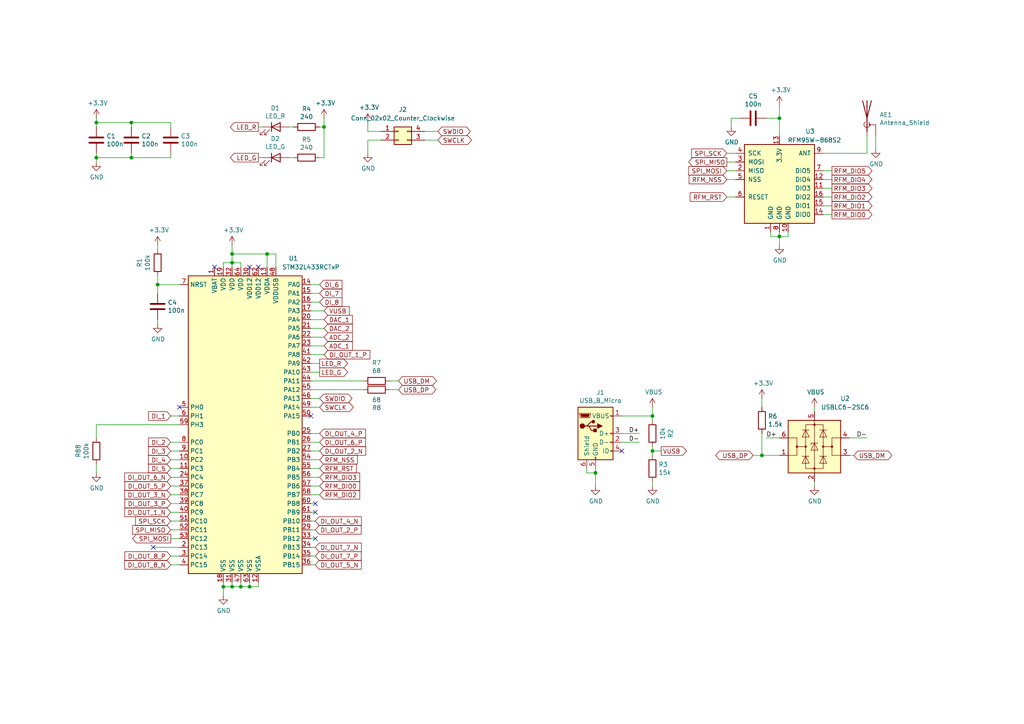
<source format=kicad_sch>
(kicad_sch (version 20211123) (generator eeschema)
  (paper "A4")
  (lib_symbols
    (symbol "Connector:USB_B_Micro" (pin_names (offset 1.016))
      (property "Reference" "J" (at -5.08 11.43 0))
      (property "Value" "USB_B_Micro" (at -5.08 8.89 0))
      (symbol "USB_B_Micro_0_1"
        (rectangle (start -5.08 -7.62) (end 5.08 7.62) (stroke (width 0.254)) (fill (type background)))
        (circle (center -3.81 2.159) (radius 0.635) (stroke (width 0.254)) (fill (type outline)))
        (circle (center -0.635 3.429) (radius 0.381) (stroke (width 0.254)) (fill (type outline)))
        (rectangle (start -0.127 -7.62) (end 0.127 -6.858))
        (polyline (pts (xy -1.905 2.159) (xy 0.635 2.159)) (stroke (width 0.254)))
        (polyline (pts (xy -3.175 2.159) (xy -2.54 2.159) (xy -1.27 3.429) (xy -0.635 3.429)) (stroke (width 0.254)))
        (polyline (pts (xy -2.54 2.159) (xy -1.905 2.159) (xy -1.27 0.889) (xy 0 0.889)) (stroke (width 0.254)))
        (polyline (pts (xy 0.635 2.794) (xy 0.635 1.524) (xy 1.905 2.159) (xy 0.635 2.794)) (stroke (width 0.254)) (fill (type outline)))
        (polyline (pts (xy -4.318 5.588) (xy -1.778 5.588) (xy -2.032 4.826) (xy -4.064 4.826) (xy -4.318 5.588)) (fill (type outline)))
        (polyline (pts (xy -4.699 5.842) (xy -4.699 5.588) (xy -4.445 4.826) (xy -4.445 4.572) (xy -1.651 4.572) (xy -1.651 4.826) (xy -1.397 5.588) (xy -1.397 5.842) (xy -4.699 5.842)))
        (rectangle (start 0.254 1.27) (end -0.508 0.508) (stroke (width 0.254)) (fill (type outline)))
        (rectangle (start 5.08 -5.207) (end 4.318 -4.953))
        (rectangle (start 5.08 -2.667) (end 4.318 -2.413))
        (rectangle (start 5.08 -0.127) (end 4.318 0.127))
        (rectangle (start 5.08 4.953) (end 4.318 5.207))
      )
      (symbol "USB_B_Micro_1_1"
        (pin power_out line (at 7.62 5.08 180) (length 2.54) (name "VBUS") (number "1"))
        (pin bidirectional line (at 7.62 -2.54 180) (length 2.54) (name "D-") (number "2"))
        (pin bidirectional line (at 7.62 0 180) (length 2.54) (name "D+") (number "3"))
        (pin passive line (at 7.62 -5.08 180) (length 2.54) (name "ID") (number "4"))
        (pin power_out line (at 0 -10.16 90) (length 2.54) (name "GND") (number "5"))
        (pin passive line (at -2.54 -10.16 90) (length 2.54) (name "Shield") (number "6"))
      )
    )
    (symbol "Connector_Generic:Conn_02x02_Counter_Clockwise" (pin_names (offset 1.016) hide)
      (property "Reference" "J" (at 1.27 2.54 0))
      (property "Value" "Conn_02x02_Counter_Clockwise" (at 1.27 -5.08 0))
      (symbol "Conn_02x02_Counter_Clockwise_1_1"
        (rectangle (start -1.27 -2.413) (end 0 -2.667) (stroke (width 0.1524)))
        (rectangle (start -1.27 0.127) (end 0 -0.127) (stroke (width 0.1524)))
        (rectangle (start -1.27 1.27) (end 3.81 -3.81) (stroke (width 0.254)) (fill (type background)))
        (rectangle (start 3.81 -2.413) (end 2.54 -2.667) (stroke (width 0.1524)))
        (rectangle (start 3.81 0.127) (end 2.54 -0.127) (stroke (width 0.1524)))
        (pin passive line (at -5.08 0 0) (length 3.81) (name "Pin_1") (number "1"))
        (pin passive line (at -5.08 -2.54 0) (length 3.81) (name "Pin_2") (number "2"))
        (pin passive line (at 7.62 -2.54 180) (length 3.81) (name "Pin_3") (number "3"))
        (pin passive line (at 7.62 0 180) (length 3.81) (name "Pin_4") (number "4"))
      )
    )
    (symbol "Device:Antenna_Shield" (pin_numbers hide) (pin_names (offset 1.016) hide)
      (property "Reference" "AE" (at -1.905 4.445 0))
      (property "Value" "Antenna_Shield" (at -1.905 2.54 0))
      (symbol "Antenna_Shield_0_1"
        (arc (start -0.508 -1.143) (mid -0.8429 -2.1194) (end 0 -2.667))
        (arc (start 0 -2.667) (mid 0.7989 -2.1052) (end 0.508 -1.143))
        (polyline (pts (xy 0 -2.54) (xy 0 0)))
        (polyline (pts (xy 0 5.08) (xy 0 -3.81)) (stroke (width 0.254)))
        (polyline (pts (xy 0.762 -1.905) (xy 2.54 -1.905)))
        (polyline (pts (xy 2.54 -2.54) (xy 2.54 -1.905)))
        (polyline (pts (xy 1.27 5.08) (xy 0 0) (xy -1.27 5.08)) (stroke (width 0.254)))
        (circle (center 0.762 -1.905) (radius 0.1778) (fill (type outline)))
      )
      (symbol "Antenna_Shield_1_1"
        (pin input line (at 0 -5.08 90) (length 2.54) (name "A") (number "1"))
        (pin input line (at 2.54 -5.08 90) (length 2.54) (name "Shield") (number "2"))
      )
    )
    (symbol "Device:C" (pin_numbers hide) (pin_names (offset 0.254))
      (property "Reference" "C" (at 0.635 2.54 0))
      (property "Value" "C" (at 0.635 -2.54 0))
      (symbol "C_0_1"
        (polyline (pts (xy -2.032 -0.762) (xy 2.032 -0.762)) (stroke (width 0.508)))
        (polyline (pts (xy -2.032 0.762) (xy 2.032 0.762)) (stroke (width 0.508)))
      )
      (symbol "C_1_1"
        (pin passive line (at 0 3.81 270) (length 2.794) (name "~") (number "1"))
        (pin passive line (at 0 -3.81 90) (length 2.794) (name "~") (number "2"))
      )
    )
    (symbol "Device:LED" (pin_numbers hide) (pin_names (offset 1.016) hide)
      (property "Reference" "D" (at 0 2.54 0))
      (property "Value" "LED" (at 0 -2.54 0))
      (symbol "LED_0_1"
        (polyline (pts (xy -1.27 -1.27) (xy -1.27 1.27)) (stroke (width 0.254)))
        (polyline (pts (xy -1.27 0) (xy 1.27 0)))
        (polyline (pts (xy 1.27 -1.27) (xy 1.27 1.27) (xy -1.27 0) (xy 1.27 -1.27)) (stroke (width 0.254)))
        (polyline (pts (xy -3.048 -0.762) (xy -4.572 -2.286) (xy -3.81 -2.286) (xy -4.572 -2.286) (xy -4.572 -1.524)))
        (polyline (pts (xy -1.778 -0.762) (xy -3.302 -2.286) (xy -2.54 -2.286) (xy -3.302 -2.286) (xy -3.302 -1.524)))
      )
      (symbol "LED_1_1"
        (pin passive line (at -3.81 0 0) (length 2.54) (name "K") (number "1"))
        (pin passive line (at 3.81 0 180) (length 2.54) (name "A") (number "2"))
      )
    )
    (symbol "Device:R" (pin_numbers hide) (pin_names (offset 0))
      (property "Reference" "R" (at 2.032 0 90))
      (property "Value" "R" (at 0 0 90))
      (symbol "R_0_1"
        (rectangle (start -1.016 -2.54) (end 1.016 2.54) (stroke (width 0.254)))
      )
      (symbol "R_1_1"
        (pin passive line (at 0 3.81 270) (length 1.27) (name "~") (number "1"))
        (pin passive line (at 0 -3.81 90) (length 1.27) (name "~") (number "2"))
      )
    )
    (symbol "Heissluftballon-rescue:RFM95W-868S2-RF_AM_FM" (pin_names (offset 1.016))
      (property "Reference" "U" (at -10.414 11.684 0))
      (property "Value" "RFM95W-868S2-RF_AM_FM" (at 1.524 11.43 0))
      (symbol "RFM95W-868S2-RF_AM_FM_0_1"
        (rectangle (start -10.16 10.16) (end 10.16 -12.7) (stroke (width 0.254)) (fill (type background)))
      )
      (symbol "RFM95W-868S2-RF_AM_FM_1_1"
        (pin power_in line (at -2.54 -15.24 90) (length 2.54) (name "GND") (number "1"))
        (pin power_in line (at 2.54 -15.24 90) (length 2.54) (name "GND") (number "10"))
        (pin bidirectional line (at 12.7 -2.54 180) (length 2.54) (name "DIO3") (number "11"))
        (pin bidirectional line (at 12.7 0 180) (length 2.54) (name "DIO4") (number "12"))
        (pin power_in line (at 0 12.7 270) (length 2.54) (name "3.3V") (number "13"))
        (pin bidirectional line (at 12.7 -10.16 180) (length 2.54) (name "DIO0") (number "14"))
        (pin bidirectional line (at 12.7 -7.62 180) (length 2.54) (name "DIO1") (number "15"))
        (pin bidirectional line (at 12.7 -5.08 180) (length 2.54) (name "DIO2") (number "16"))
        (pin output line (at -12.7 2.54 0) (length 2.54) (name "MISO") (number "2"))
        (pin input line (at -12.7 5.08 0) (length 2.54) (name "MOSI") (number "3"))
        (pin input line (at -12.7 7.62 0) (length 2.54) (name "SCK") (number "4"))
        (pin input line (at -12.7 0 0) (length 2.54) (name "NSS") (number "5"))
        (pin bidirectional line (at -12.7 -5.08 0) (length 2.54) (name "RESET") (number "6"))
        (pin bidirectional line (at 12.7 2.54 180) (length 2.54) (name "DIO5") (number "7"))
        (pin power_in line (at 0 -15.24 90) (length 2.54) (name "GND") (number "8"))
        (pin bidirectional line (at 12.7 7.62 180) (length 2.54) (name "ANT") (number "9"))
      )
    )
    (symbol "MCU_ST_STM32L4:STM32L433RCTxP"
      (property "Reference" "U" (at -17.78 44.45 0))
      (property "Value" "STM32L433RCTxP" (at 10.16 44.45 0))
      (symbol "STM32L433RCTxP_0_1"
        (rectangle (start -17.78 -43.18) (end 15.24 43.18) (stroke (width 0.254)) (fill (type background)))
      )
      (symbol "STM32L433RCTxP_1_1"
        (pin power_in line (at -10.16 45.72 270) (length 2.54) (name "VBAT") (number "1"))
        (pin bidirectional line (at -20.32 -10.16 0) (length 2.54) (name "PC2") (number "10"))
        (pin bidirectional line (at -20.32 -12.7 0) (length 2.54) (name "PC3") (number "11"))
        (pin power_in line (at 2.54 -45.72 90) (length 2.54) (name "VSSA") (number "12"))
        (pin power_in line (at 5.08 45.72 270) (length 2.54) (name "VDDA") (number "13"))
        (pin bidirectional line (at 17.78 40.64 180) (length 2.54) (name "PA0") (number "14"))
        (pin bidirectional line (at 17.78 38.1 180) (length 2.54) (name "PA1") (number "15"))
        (pin bidirectional line (at 17.78 35.56 180) (length 2.54) (name "PA2") (number "16"))
        (pin bidirectional line (at 17.78 33.02 180) (length 2.54) (name "PA3") (number "17"))
        (pin power_in line (at -7.62 -45.72 90) (length 2.54) (name "VSS") (number "18"))
        (pin power_in line (at -7.62 45.72 270) (length 2.54) (name "VDD") (number "19"))
        (pin bidirectional line (at -20.32 -35.56 0) (length 2.54) (name "PC13") (number "2"))
        (pin bidirectional line (at 17.78 30.48 180) (length 2.54) (name "PA4") (number "20"))
        (pin bidirectional line (at 17.78 27.94 180) (length 2.54) (name "PA5") (number "21"))
        (pin bidirectional line (at 17.78 25.4 180) (length 2.54) (name "PA6") (number "22"))
        (pin bidirectional line (at 17.78 22.86 180) (length 2.54) (name "PA7") (number "23"))
        (pin bidirectional line (at -20.32 -15.24 0) (length 2.54) (name "PC4") (number "24"))
        (pin bidirectional line (at 17.78 -2.54 180) (length 2.54) (name "PB0") (number "25"))
        (pin bidirectional line (at 17.78 -5.08 180) (length 2.54) (name "PB1") (number "26"))
        (pin bidirectional line (at 17.78 -7.62 180) (length 2.54) (name "PB2") (number "27"))
        (pin bidirectional line (at 17.78 -27.94 180) (length 2.54) (name "PB10") (number "28"))
        (pin bidirectional line (at 17.78 -30.48 180) (length 2.54) (name "PB11") (number "29"))
        (pin bidirectional line (at -20.32 -38.1 0) (length 2.54) (name "PC14") (number "3"))
        (pin power_in line (at 0 45.72 270) (length 2.54) (name "VDD12") (number "30"))
        (pin power_in line (at -5.08 -45.72 90) (length 2.54) (name "VSS") (number "31"))
        (pin power_in line (at -5.08 45.72 270) (length 2.54) (name "VDD") (number "32"))
        (pin bidirectional line (at 17.78 -33.02 180) (length 2.54) (name "PB12") (number "33"))
        (pin bidirectional line (at 17.78 -35.56 180) (length 2.54) (name "PB13") (number "34"))
        (pin bidirectional line (at 17.78 -38.1 180) (length 2.54) (name "PB14") (number "35"))
        (pin bidirectional line (at 17.78 -40.64 180) (length 2.54) (name "PB15") (number "36"))
        (pin bidirectional line (at -20.32 -17.78 0) (length 2.54) (name "PC6") (number "37"))
        (pin bidirectional line (at -20.32 -20.32 0) (length 2.54) (name "PC7") (number "38"))
        (pin bidirectional line (at -20.32 -22.86 0) (length 2.54) (name "PC8") (number "39"))
        (pin bidirectional line (at -20.32 -40.64 0) (length 2.54) (name "PC15") (number "4"))
        (pin bidirectional line (at -20.32 -25.4 0) (length 2.54) (name "PC9") (number "40"))
        (pin bidirectional line (at 17.78 20.32 180) (length 2.54) (name "PA8") (number "41"))
        (pin bidirectional line (at 17.78 17.78 180) (length 2.54) (name "PA9") (number "42"))
        (pin bidirectional line (at 17.78 15.24 180) (length 2.54) (name "PA10") (number "43"))
        (pin bidirectional line (at 17.78 12.7 180) (length 2.54) (name "PA11") (number "44"))
        (pin bidirectional line (at 17.78 10.16 180) (length 2.54) (name "PA12") (number "45"))
        (pin bidirectional line (at 17.78 7.62 180) (length 2.54) (name "PA13") (number "46"))
        (pin power_in line (at -2.54 -45.72 90) (length 2.54) (name "VSS") (number "47"))
        (pin power_in line (at 7.62 45.72 270) (length 2.54) (name "VDDUSB") (number "48"))
        (pin bidirectional line (at 17.78 5.08 180) (length 2.54) (name "PA14") (number "49"))
        (pin input line (at -20.32 5.08 0) (length 2.54) (name "PH0") (number "5"))
        (pin bidirectional line (at 17.78 2.54 180) (length 2.54) (name "PA15") (number "50"))
        (pin bidirectional line (at -20.32 -27.94 0) (length 2.54) (name "PC10") (number "51"))
        (pin bidirectional line (at -20.32 -30.48 0) (length 2.54) (name "PC11") (number "52"))
        (pin bidirectional line (at -20.32 -33.02 0) (length 2.54) (name "PC12") (number "53"))
        (pin bidirectional line (at 17.78 -10.16 180) (length 2.54) (name "PB3") (number "54"))
        (pin bidirectional line (at 17.78 -12.7 180) (length 2.54) (name "PB4") (number "55"))
        (pin bidirectional line (at 17.78 -15.24 180) (length 2.54) (name "PB5") (number "56"))
        (pin bidirectional line (at 17.78 -17.78 180) (length 2.54) (name "PB6") (number "57"))
        (pin bidirectional line (at 17.78 -20.32 180) (length 2.54) (name "PB7") (number "58"))
        (pin bidirectional line (at -20.32 0 0) (length 2.54) (name "PH3") (number "59"))
        (pin input line (at -20.32 2.54 0) (length 2.54) (name "PH1") (number "6"))
        (pin bidirectional line (at 17.78 -22.86 180) (length 2.54) (name "PB8") (number "60"))
        (pin bidirectional line (at 17.78 -25.4 180) (length 2.54) (name "PB9") (number "61"))
        (pin power_in line (at 2.54 45.72 270) (length 2.54) (name "VDD12") (number "62"))
        (pin power_in line (at 0 -45.72 90) (length 2.54) (name "VSS") (number "63"))
        (pin power_in line (at -2.54 45.72 270) (length 2.54) (name "VDD") (number "64"))
        (pin input line (at -20.32 40.64 0) (length 2.54) (name "NRST") (number "7"))
        (pin bidirectional line (at -20.32 -5.08 0) (length 2.54) (name "PC0") (number "8"))
        (pin bidirectional line (at -20.32 -7.62 0) (length 2.54) (name "PC1") (number "9"))
      )
    )
    (symbol "Power_Protection:USBLC6-2SC6" (pin_names hide)
      (property "Reference" "U" (at 2.54 8.89 0))
      (property "Value" "USBLC6-2SC6" (at 2.54 -8.89 0))
      (symbol "USBLC6-2SC6_0_1"
        (rectangle (start -7.62 -7.62) (end 7.62 7.62) (stroke (width 0.254)) (fill (type background)))
        (circle (center -5.08 0) (radius 0.254) (fill (type outline)))
        (circle (center -2.54 0) (radius 0.254) (fill (type outline)))
        (rectangle (start -2.54 6.35) (end 2.54 -6.35))
        (circle (center 0 -6.35) (radius 0.254) (fill (type outline)))
        (polyline (pts (xy -5.08 -2.54) (xy -7.62 -2.54)))
        (polyline (pts (xy -5.08 0) (xy -5.08 -2.54)))
        (polyline (pts (xy -5.08 2.54) (xy -7.62 2.54)))
        (polyline (pts (xy -1.524 -2.794) (xy -3.556 -2.794)))
        (polyline (pts (xy -1.524 4.826) (xy -3.556 4.826)))
        (polyline (pts (xy 0 -7.62) (xy 0 -6.35)))
        (polyline (pts (xy 0 -6.35) (xy 0 1.27)))
        (polyline (pts (xy 0 1.27) (xy 0 6.35)))
        (polyline (pts (xy 0 6.35) (xy 0 7.62)))
        (polyline (pts (xy 1.524 -2.794) (xy 3.556 -2.794)))
        (polyline (pts (xy 1.524 4.826) (xy 3.556 4.826)))
        (polyline (pts (xy 5.08 -2.54) (xy 7.62 -2.54)))
        (polyline (pts (xy 5.08 0) (xy 5.08 -2.54)))
        (polyline (pts (xy 5.08 2.54) (xy 7.62 2.54)))
        (polyline (pts (xy -2.54 0) (xy -5.08 0) (xy -5.08 2.54)))
        (polyline (pts (xy 2.54 0) (xy 5.08 0) (xy 5.08 2.54)))
        (polyline (pts (xy -3.556 -4.826) (xy -1.524 -4.826) (xy -2.54 -2.794) (xy -3.556 -4.826)))
        (polyline (pts (xy -3.556 2.794) (xy -1.524 2.794) (xy -2.54 4.826) (xy -3.556 2.794)))
        (polyline (pts (xy -1.016 -1.016) (xy 1.016 -1.016) (xy 0 1.016) (xy -1.016 -1.016)))
        (polyline (pts (xy 1.016 1.016) (xy 0.762 1.016) (xy -1.016 1.016) (xy -1.016 0.508)))
        (polyline (pts (xy 3.556 -4.826) (xy 1.524 -4.826) (xy 2.54 -2.794) (xy 3.556 -4.826)))
        (polyline (pts (xy 3.556 2.794) (xy 1.524 2.794) (xy 2.54 4.826) (xy 3.556 2.794)))
        (circle (center 0 6.35) (radius 0.254) (fill (type outline)))
        (circle (center 2.54 0) (radius 0.254) (fill (type outline)))
        (circle (center 5.08 0) (radius 0.254) (fill (type outline)))
      )
      (symbol "USBLC6-2SC6_1_1"
        (pin passive line (at -10.16 -2.54 0) (length 2.54) (name "I/O1") (number "1"))
        (pin passive line (at 0 -10.16 90) (length 2.54) (name "GND") (number "2"))
        (pin passive line (at 10.16 -2.54 180) (length 2.54) (name "I/O2") (number "3"))
        (pin passive line (at 10.16 2.54 180) (length 2.54) (name "I/O2") (number "4"))
        (pin passive line (at 0 10.16 270) (length 2.54) (name "VBUS") (number "5"))
        (pin passive line (at -10.16 2.54 0) (length 2.54) (name "I/O1") (number "6"))
      )
    )
    (symbol "power:+3.3V" (power) (pin_names (offset 0))
      (property "Value" "+3.3V" (at 0 3.556 0))
      (symbol "+3.3V_0_1"
        (polyline (pts (xy -0.762 1.27) (xy 0 2.54)))
        (polyline (pts (xy 0 0) (xy 0 2.54)))
        (polyline (pts (xy 0 2.54) (xy 0.762 1.27)))
      )
      (symbol "+3.3V_1_1"
        (pin power_in line (at 0 0 90) (length 0) hide (name "+3.3V") (number "1"))
      )
    )
    (symbol "power:GND" (power) (pin_names (offset 0))
      (property "Value" "GND" (at 0 -3.81 0))
      (symbol "GND_0_1"
        (polyline (pts (xy 0 0) (xy 0 -1.27) (xy 1.27 -1.27) (xy 0 -2.54) (xy -1.27 -1.27) (xy 0 -1.27)))
      )
      (symbol "GND_1_1"
        (pin power_in line (at 0 0 270) (length 0) hide (name "GND") (number "1"))
      )
    )
    (symbol "power:VBUS" (power) (pin_names (offset 0))
      (property "Value" "VBUS" (at 0 3.81 0))
      (symbol "VBUS_0_1"
        (polyline (pts (xy -0.762 1.27) (xy 0 2.54)))
        (polyline (pts (xy 0 0) (xy 0 2.54)))
        (polyline (pts (xy 0 2.54) (xy 0.762 1.27)))
      )
      (symbol "VBUS_1_1"
        (pin power_in line (at 0 0 90) (length 0) hide (name "VBUS") (number "1"))
      )
    )
  )
  (junction (at 45.72 82.55))
  (junction (at 38.1 35.56))
  (junction (at 69.85 170.18))
  (junction (at 27.94 35.56))
  (junction (at 226.06 34.29))
  (junction (at 226.06 68.58))
  (junction (at 189.23 120.65))
  (junction (at 38.1 45.72))
  (junction (at 67.31 170.18))
  (junction (at 67.31 76.2))
  (junction (at 189.23 130.81))
  (junction (at 172.72 137.16))
  (junction (at 72.39 170.18))
  (junction (at 220.98 132.08))
  (junction (at 67.31 73.66))
  (junction (at 77.47 73.66))
  (junction (at 27.94 45.72))
  (junction (at 93.98 36.83))
  (junction (at 64.77 170.18))
  (no_connect (at 180.34 130.81))
  (no_connect (at 90.17 120.65))
  (no_connect (at 62.23 77.47))
  (no_connect (at 52.07 118.11))
  (no_connect (at 91.44 148.59))
  (no_connect (at 91.44 146.05))
  (no_connect (at 91.44 156.21))
  (no_connect (at 44.45 158.75))
  (no_connect (at 74.93 77.47))
  (no_connect (at 72.39 77.47))
  (wire (pts (xy 49.53 146.05) (xy 52.07 146.05)))
  (wire (pts (xy 67.31 73.66) (xy 77.47 73.66)))
  (wire (pts (xy 90.17 85.09) (xy 92.71 85.09)))
  (wire (pts (xy 27.94 123.19) (xy 52.07 123.19)))
  (wire (pts (xy 77.47 73.66) (xy 80.01 73.66)))
  (wire (pts (xy 106.68 38.1) (xy 110.49 38.1)))
  (wire (pts (xy 528.32 96.52) (xy 529.59 96.52)))
  (wire (pts (xy 90.17 90.17) (xy 93.98 90.17)))
  (wire (pts (xy 49.53 138.43) (xy 52.07 138.43)))
  (wire (pts (xy 226.06 68.58) (xy 226.06 67.31)))
  (wire (pts (xy 189.23 118.11) (xy 189.23 120.65)))
  (wire (pts (xy 49.53 143.51) (xy 52.07 143.51)))
  (wire (pts (xy 226.06 34.29) (xy 226.06 30.48)))
  (wire (pts (xy 212.09 34.29) (xy 214.63 34.29)))
  (wire (pts (xy 90.17 100.33) (xy 93.98 100.33)))
  (wire (pts (xy 220.98 115.57) (xy 220.98 118.11)))
  (wire (pts (xy 241.3 54.61) (xy 238.76 54.61)))
  (wire (pts (xy 69.85 77.47) (xy 69.85 76.2)))
  (wire (pts (xy 49.53 133.35) (xy 52.07 133.35)))
  (wire (pts (xy 189.23 140.97) (xy 189.23 139.7)))
  (wire (pts (xy 49.53 45.72) (xy 38.1 45.72)))
  (wire (pts (xy 52.07 82.55) (xy 45.72 82.55)))
  (wire (pts (xy 91.44 153.67) (xy 90.17 153.67)))
  (wire (pts (xy 27.94 34.29) (xy 27.94 35.56)))
  (wire (pts (xy 64.77 170.18) (xy 64.77 172.72)))
  (wire (pts (xy 67.31 76.2) (xy 69.85 76.2)))
  (wire (pts (xy 91.44 151.13) (xy 90.17 151.13)))
  (wire (pts (xy 212.09 36.83) (xy 212.09 34.29)))
  (wire (pts (xy 93.98 36.83) (xy 93.98 34.29)))
  (wire (pts (xy 222.25 34.29) (xy 226.06 34.29)))
  (wire (pts (xy 91.44 148.59) (xy 90.17 148.59)))
  (wire (pts (xy 92.71 135.89) (xy 90.17 135.89)))
  (wire (pts (xy 67.31 77.47) (xy 67.31 76.2)))
  (wire (pts (xy 92.71 138.43) (xy 90.17 138.43)))
  (wire (pts (xy 213.36 57.15) (xy 210.82 57.15)))
  (wire (pts (xy 76.2 36.83) (xy 74.93 36.83)))
  (wire (pts (xy 251.46 127) (xy 246.38 127)))
  (wire (pts (xy 236.22 140.97) (xy 236.22 139.7)))
  (wire (pts (xy 241.3 57.15) (xy 238.76 57.15)))
  (wire (pts (xy 92.71 128.27) (xy 90.17 128.27)))
  (wire (pts (xy 251.46 39.37) (xy 251.46 44.45)))
  (wire (pts (xy 238.76 44.45) (xy 251.46 44.45)))
  (wire (pts (xy 49.53 35.56) (xy 49.53 36.83)))
  (wire (pts (xy 77.47 77.47) (xy 77.47 73.66)))
  (wire (pts (xy 170.18 137.16) (xy 172.72 137.16)))
  (wire (pts (xy 92.71 140.97) (xy 90.17 140.97)))
  (wire (pts (xy 85.09 45.72) (xy 83.82 45.72)))
  (wire (pts (xy 528.32 88.9) (xy 529.59 88.9)))
  (wire (pts (xy 49.53 163.83) (xy 52.07 163.83)))
  (wire (pts (xy 64.77 76.2) (xy 67.31 76.2)))
  (wire (pts (xy 92.71 130.81) (xy 90.17 130.81)))
  (wire (pts (xy 106.68 38.1) (xy 106.68 35.56)))
  (wire (pts (xy 92.71 87.63) (xy 90.17 87.63)))
  (wire (pts (xy 91.44 146.05) (xy 90.17 146.05)))
  (wire (pts (xy 226.06 68.58) (xy 228.6 68.58)))
  (wire (pts (xy 49.53 151.13) (xy 52.07 151.13)))
  (wire (pts (xy 64.77 77.47) (xy 64.77 76.2)))
  (wire (pts (xy 27.94 123.19) (xy 27.94 127)))
  (wire (pts (xy 222.25 127) (xy 226.06 127)))
  (wire (pts (xy 127 40.64) (xy 123.19 40.64)))
  (wire (pts (xy 92.71 133.35) (xy 90.17 133.35)))
  (wire (pts (xy 72.39 170.18) (xy 72.39 168.91)))
  (wire (pts (xy 189.23 130.81) (xy 191.77 130.81)))
  (wire (pts (xy 113.03 110.49) (xy 115.57 110.49)))
  (wire (pts (xy 49.53 140.97) (xy 52.07 140.97)))
  (wire (pts (xy 67.31 71.12) (xy 67.31 73.66)))
  (wire (pts (xy 180.34 120.65) (xy 189.23 120.65)))
  (wire (pts (xy 93.98 102.87) (xy 90.17 102.87)))
  (wire (pts (xy 241.3 49.53) (xy 238.76 49.53)))
  (wire (pts (xy 254 43.18) (xy 254 39.37)))
  (wire (pts (xy 45.72 71.12) (xy 45.72 72.39)))
  (wire (pts (xy 45.72 85.09) (xy 45.72 82.55)))
  (wire (pts (xy 220.98 125.73) (xy 220.98 132.08)))
  (wire (pts (xy 220.98 132.08) (xy 218.44 132.08)))
  (wire (pts (xy 49.53 135.89) (xy 52.07 135.89)))
  (wire (pts (xy 189.23 129.54) (xy 189.23 130.81)))
  (wire (pts (xy 90.17 115.57) (xy 92.71 115.57)))
  (wire (pts (xy 38.1 35.56) (xy 38.1 36.83)))
  (wire (pts (xy 72.39 170.18) (xy 74.93 170.18)))
  (wire (pts (xy 27.94 45.72) (xy 27.94 44.45)))
  (wire (pts (xy 416.56 151.13) (xy 417.83 151.13)))
  (wire (pts (xy 69.85 170.18) (xy 69.85 168.91)))
  (wire (pts (xy 241.3 52.07) (xy 238.76 52.07)))
  (wire (pts (xy 213.36 44.45) (xy 210.82 44.45)))
  (wire (pts (xy 210.82 52.07) (xy 213.36 52.07)))
  (wire (pts (xy 170.18 135.89) (xy 170.18 137.16)))
  (wire (pts (xy 92.71 36.83) (xy 93.98 36.83)))
  (wire (pts (xy 241.3 62.23) (xy 238.76 62.23)))
  (wire (pts (xy 90.17 113.03) (xy 105.41 113.03)))
  (wire (pts (xy 38.1 35.56) (xy 49.53 35.56)))
  (wire (pts (xy 44.45 158.75) (xy 52.07 158.75)))
  (wire (pts (xy 106.68 40.64) (xy 106.68 44.45)))
  (wire (pts (xy 246.38 132.08) (xy 247.65 132.08)))
  (wire (pts (xy 27.94 35.56) (xy 38.1 35.56)))
  (wire (pts (xy 93.98 36.83) (xy 93.98 45.72)))
  (wire (pts (xy 91.44 156.21) (xy 90.17 156.21)))
  (wire (pts (xy 236.22 118.11) (xy 236.22 119.38)))
  (wire (pts (xy 180.34 128.27) (xy 185.42 128.27)))
  (wire (pts (xy 67.31 73.66) (xy 67.31 76.2)))
  (wire (pts (xy 92.71 105.41) (xy 90.17 105.41)))
  (wire (pts (xy 49.53 161.29) (xy 52.07 161.29)))
  (wire (pts (xy 74.93 170.18) (xy 74.93 168.91)))
  (wire (pts (xy 226.06 39.37) (xy 226.06 34.29)))
  (wire (pts (xy 45.72 82.55) (xy 45.72 80.01)))
  (wire (pts (xy 90.17 95.25) (xy 93.98 95.25)))
  (wire (pts (xy 93.98 92.71) (xy 90.17 92.71)))
  (wire (pts (xy 27.94 45.72) (xy 38.1 45.72)))
  (wire (pts (xy 49.53 148.59) (xy 52.07 148.59)))
  (wire (pts (xy 49.53 130.81) (xy 52.07 130.81)))
  (wire (pts (xy 45.72 93.98) (xy 45.72 92.71)))
  (wire (pts (xy 180.34 125.73) (xy 185.42 125.73)))
  (wire (pts (xy 64.77 168.91) (xy 64.77 170.18)))
  (wire (pts (xy 67.31 170.18) (xy 67.31 168.91)))
  (wire (pts (xy 213.36 49.53) (xy 210.82 49.53)))
  (wire (pts (xy 27.94 134.62) (xy 27.94 137.16)))
  (wire (pts (xy 91.44 158.75) (xy 90.17 158.75)))
  (wire (pts (xy 90.17 110.49) (xy 105.41 110.49)))
  (wire (pts (xy 93.98 45.72) (xy 92.71 45.72)))
  (wire (pts (xy 80.01 73.66) (xy 80.01 77.47)))
  (wire (pts (xy 27.94 35.56) (xy 27.94 36.83)))
  (wire (pts (xy 189.23 120.65) (xy 189.23 121.92)))
  (wire (pts (xy 67.31 170.18) (xy 69.85 170.18)))
  (wire (pts (xy 69.85 170.18) (xy 72.39 170.18)))
  (wire (pts (xy 172.72 137.16) (xy 172.72 135.89)))
  (wire (pts (xy 90.17 97.79) (xy 93.98 97.79)))
  (wire (pts (xy 76.2 45.72) (xy 74.93 45.72)))
  (wire (pts (xy 92.71 118.11) (xy 90.17 118.11)))
  (wire (pts (xy 91.44 163.83) (xy 90.17 163.83)))
  (wire (pts (xy 49.53 45.72) (xy 49.53 44.45)))
  (wire (pts (xy 90.17 107.95) (xy 92.71 107.95)))
  (wire (pts (xy 49.53 128.27) (xy 52.07 128.27)))
  (wire (pts (xy 172.72 140.97) (xy 172.72 137.16)))
  (wire (pts (xy 416.56 143.51) (xy 417.83 143.51)))
  (wire (pts (xy 38.1 45.72) (xy 38.1 44.45)))
  (wire (pts (xy 123.19 38.1) (xy 127 38.1)))
  (wire (pts (xy 241.3 59.69) (xy 238.76 59.69)))
  (wire (pts (xy 226.06 71.12) (xy 226.06 68.58)))
  (wire (pts (xy 210.82 46.99) (xy 213.36 46.99)))
  (wire (pts (xy 49.53 156.21) (xy 52.07 156.21)))
  (wire (pts (xy 49.53 153.67) (xy 52.07 153.67)))
  (wire (pts (xy 92.71 125.73) (xy 90.17 125.73)))
  (wire (pts (xy 83.82 36.83) (xy 85.09 36.83)))
  (wire (pts (xy 223.52 68.58) (xy 226.06 68.58)))
  (wire (pts (xy 189.23 130.81) (xy 189.23 132.08)))
  (wire (pts (xy 223.52 67.31) (xy 223.52 68.58)))
  (wire (pts (xy 92.71 143.51) (xy 90.17 143.51)))
  (wire (pts (xy 113.03 113.03) (xy 115.57 113.03)))
  (wire (pts (xy 64.77 170.18) (xy 67.31 170.18)))
  (wire (pts (xy 110.49 40.64) (xy 106.68 40.64)))
  (wire (pts (xy 49.53 120.65) (xy 52.07 120.65)))
  (wire (pts (xy 226.06 132.08) (xy 220.98 132.08)))
  (wire (pts (xy 228.6 68.58) (xy 228.6 67.31)))
  (wire (pts (xy 91.44 161.29) (xy 90.17 161.29)))
  (wire (pts (xy 27.94 46.99) (xy 27.94 45.72)))
  (wire (pts (xy 92.71 82.55) (xy 90.17 82.55)))
  (label "D+" (at 222.25 127 0))
  (label "D-" (at 185.42 128.27 180))
  (label "D-" (at 251.46 127 180))
  (label "D+" (at 185.42 125.73 180))
  (global_label "DI_8" (shape input) (at 92.71 87.63 0) (property "Intersheet References" "${INTERSHEET_REFS}" (effects hide)))
  (global_label "RFM_DIO0" (shape input) (at 92.71 140.97 0) (property "Intersheet References" "${INTERSHEET_REFS}" (effects hide)))
  (global_label "LED_G" (shape output) (at 74.93 45.72 180) (property "Intersheet References" "${INTERSHEET_REFS}" (effects hide)))
  (global_label "RFM_RST" (shape input) (at 210.82 57.15 180) (property "Intersheet References" "${INTERSHEET_REFS}" (effects hide)))
  (global_label "DI_OUT_4_N" (shape input) (at 91.44 151.13 0) (property "Intersheet References" "${INTERSHEET_REFS}" (effects hide)))
  (global_label "DI_5" (shape input) (at 49.53 135.89 180) (property "Intersheet References" "${INTERSHEET_REFS}" (effects hide)))
  (global_label "SWDIO" (shape bidirectional) (at 92.71 115.57 0) (property "Intersheet References" "${INTERSHEET_REFS}" (effects hide)))
  (global_label "RFM_DIO4" (shape output) (at 241.3 52.07 0) (property "Intersheet References" "${INTERSHEET_REFS}" (effects hide)))
  (global_label "VUSB" (shape output) (at 191.77 130.81 0) (property "Intersheet References" "${INTERSHEET_REFS}" (effects hide)))
  (global_label "DI_OUT_3_P" (shape input) (at 49.53 146.05 180) (property "Intersheet References" "${INTERSHEET_REFS}" (effects hide)))
  (global_label "LED_R" (shape output) (at 92.71 105.41 0) (property "Intersheet References" "${INTERSHEET_REFS}" (effects hide)))
  (global_label "RFM_DIO0" (shape output) (at 241.3 62.23 0) (property "Intersheet References" "${INTERSHEET_REFS}" (effects hide)))
  (global_label "DI_OUT_5_P" (shape input) (at 49.53 140.97 180) (property "Intersheet References" "${INTERSHEET_REFS}" (effects hide)))
  (global_label "USB_DP" (shape bidirectional) (at 115.57 113.03 0) (property "Intersheet References" "${INTERSHEET_REFS}" (effects hide)))
  (global_label "DI_6" (shape input) (at 92.71 82.55 0) (property "Intersheet References" "${INTERSHEET_REFS}" (effects hide)))
  (global_label "DI_OUT_5_N" (shape input) (at 91.44 163.83 0) (property "Intersheet References" "${INTERSHEET_REFS}" (effects hide)))
  (global_label "DI_3" (shape input) (at 49.53 130.81 180) (property "Intersheet References" "${INTERSHEET_REFS}" (effects hide)))
  (global_label "DI_2" (shape input) (at 49.53 128.27 180) (property "Intersheet References" "${INTERSHEET_REFS}" (effects hide)))
  (global_label "RFM_DIO2" (shape output) (at 241.3 57.15 0) (property "Intersheet References" "${INTERSHEET_REFS}" (effects hide)))
  (global_label "SWCLK" (shape bidirectional) (at 92.71 118.11 0) (property "Intersheet References" "${INTERSHEET_REFS}" (effects hide)))
  (global_label "USB_DM" (shape bidirectional) (at 247.65 132.08 0) (property "Intersheet References" "${INTERSHEET_REFS}" (effects hide)))
  (global_label "SWCLK" (shape bidirectional) (at 127 40.64 0) (property "Intersheet References" "${INTERSHEET_REFS}" (effects hide)))
  (global_label "SPI_MOSI" (shape output) (at 49.53 156.21 180) (property "Intersheet References" "${INTERSHEET_REFS}" (effects hide)))
  (global_label "SPI_MISO" (shape output) (at 210.82 46.99 180) (property "Intersheet References" "${INTERSHEET_REFS}" (effects hide)))
  (global_label "LED_R" (shape output) (at 74.93 36.83 180) (property "Intersheet References" "${INTERSHEET_REFS}" (effects hide)))
  (global_label "DI_OUT_6_P" (shape input) (at 92.71 128.27 0) (property "Intersheet References" "${INTERSHEET_REFS}" (effects hide)))
  (global_label "DI_OUT_4_P" (shape input) (at 92.71 125.73 0) (property "Intersheet References" "${INTERSHEET_REFS}" (effects hide)))
  (global_label "SPI_MISO" (shape input) (at 49.53 153.67 180) (property "Intersheet References" "${INTERSHEET_REFS}" (effects hide)))
  (global_label "RFM_RST" (shape input) (at 92.71 135.89 0) (property "Intersheet References" "${INTERSHEET_REFS}" (effects hide)))
  (global_label "USB_DP" (shape bidirectional) (at 218.44 132.08 180) (property "Intersheet References" "${INTERSHEET_REFS}" (effects hide)))
  (global_label "LED_G" (shape output) (at 92.71 107.95 0) (property "Intersheet References" "${INTERSHEET_REFS}" (effects hide)))
  (global_label "DI_OUT_1_N" (shape input) (at 49.53 148.59 180) (property "Intersheet References" "${INTERSHEET_REFS}" (effects hide)))
  (global_label "RFM_DIO2" (shape input) (at 92.71 143.51 0) (property "Intersheet References" "${INTERSHEET_REFS}" (effects hide)))
  (global_label "DI_1" (shape input) (at 49.53 120.65 180) (property "Intersheet References" "${INTERSHEET_REFS}" (effects hide)))
  (global_label "DI_OUT_8_P" (shape input) (at 49.53 161.29 180) (property "Intersheet References" "${INTERSHEET_REFS}" (effects hide)))
  (global_label "RFM_DIO3" (shape output) (at 241.3 54.61 0) (property "Intersheet References" "${INTERSHEET_REFS}" (effects hide)))
  (global_label "DI_OUT_2_P" (shape input) (at 91.44 153.67 0) (property "Intersheet References" "${INTERSHEET_REFS}" (effects hide)))
  (global_label "DI_OUT_6_N" (shape input) (at 49.53 138.43 180) (property "Intersheet References" "${INTERSHEET_REFS}" (effects hide)))
  (global_label "DI_7" (shape input) (at 92.71 85.09 0) (property "Intersheet References" "${INTERSHEET_REFS}" (effects hide)))
  (global_label "DI_OUT_3_N" (shape input) (at 49.53 143.51 180) (property "Intersheet References" "${INTERSHEET_REFS}" (effects hide)))
  (global_label "RFM_NSS" (shape input) (at 92.71 133.35 0) (property "Intersheet References" "${INTERSHEET_REFS}" (effects hide)))
  (global_label "RFM_DIO5" (shape output) (at 241.3 49.53 0) (property "Intersheet References" "${INTERSHEET_REFS}" (effects hide)))
  (global_label "DI_OUT_2_N" (shape input) (at 92.71 130.81 0) (property "Intersheet References" "${INTERSHEET_REFS}" (effects hide)))
  (global_label "USB_DM" (shape bidirectional) (at 115.57 110.49 0) (property "Intersheet References" "${INTERSHEET_REFS}" (effects hide)))
  (global_label "RFM_DIO3" (shape input) (at 92.71 138.43 0) (property "Intersheet References" "${INTERSHEET_REFS}" (effects hide)))
  (global_label "RFM_DIO1" (shape output) (at 241.3 59.69 0) (property "Intersheet References" "${INTERSHEET_REFS}" (effects hide)))
  (global_label "DI_4" (shape input) (at 49.53 133.35 180) (property "Intersheet References" "${INTERSHEET_REFS}" (effects hide)))
  (global_label "DI_OUT_8_N" (shape input) (at 49.53 163.83 180) (property "Intersheet References" "${INTERSHEET_REFS}" (effects hide)))
  (global_label "DAC_1" (shape input) (at 93.98 92.71 0) (property "Intersheet References" "${INTERSHEET_REFS}" (effects hide)))
  (global_label "DI_OUT_7_N" (shape input) (at 91.44 158.75 0) (property "Intersheet References" "${INTERSHEET_REFS}" (effects hide)))
  (global_label "DI_OUT_1_P" (shape input) (at 93.98 102.87 0) (property "Intersheet References" "${INTERSHEET_REFS}" (effects hide)))
  (global_label "RFM_NSS" (shape input) (at 210.82 52.07 180) (property "Intersheet References" "${INTERSHEET_REFS}" (effects hide)))
  (global_label "DAC_2" (shape input) (at 93.98 95.25 0) (property "Intersheet References" "${INTERSHEET_REFS}" (effects hide)))
  (global_label "SPI_SCK" (shape input) (at 49.53 151.13 180) (property "Intersheet References" "${INTERSHEET_REFS}" (effects hide)))
  (global_label "VUSB" (shape input) (at 93.98 90.17 0) (property "Intersheet References" "${INTERSHEET_REFS}" (effects hide)))
  (global_label "ADC_2" (shape input) (at 93.98 97.79 0) (property "Intersheet References" "${INTERSHEET_REFS}" (effects hide)))
  (global_label "SPI_SCK" (shape input) (at 210.82 44.45 180) (property "Intersheet References" "${INTERSHEET_REFS}" (effects hide)))
  (global_label "ADC_1" (shape input) (at 93.98 100.33 0) (property "Intersheet References" "${INTERSHEET_REFS}" (effects hide)))
  (global_label "SWDIO" (shape bidirectional) (at 127 38.1 0) (property "Intersheet References" "${INTERSHEET_REFS}" (effects hide)))
  (global_label "SPI_MOSI" (shape input) (at 210.82 49.53 180) (property "Intersheet References" "${INTERSHEET_REFS}" (effects hide)))
  (global_label "DI_OUT_7_P" (shape input) (at 91.44 161.29 0) (property "Intersheet References" "${INTERSHEET_REFS}" (effects hide)))
  (symbol (lib_id "power:GND") (at 189.23 140.97 0) (unit 1)
    (property "Reference" "#PWR0117" (effects hide))
    (property "Value" "GND" (at 189.357 145.3642 0))
  )
  (symbol (lib_id "power:GND") (at 27.94 137.16 0) (unit 1)
    (property "Reference" "#PWR0212" (effects hide))
    (property "Value" "GND" (at 28.067 141.5542 0))
  )
  (symbol (lib_id "Device:LED") (at 80.01 45.72 0) (unit 1)
    (property "Reference" "D2" (at 79.8322 40.2336 0))
    (property "Value" "LED_G" (at 79.8322 42.545 0))
    (property "Footprint" "LED_SMD:LED_0603_1608Metric" (effects hide))
    (property "Datasheet" "https://www.mouser.ch/datasheet/2/244/SML-LXFP0603SUGCTR-1135562.pdf" (effects hide))
    (property "Hersteller Nr." "SML-LXFP0603SUGCTR" (effects hide))
    (property "Mouser Nr." "696-SMLLXFP0603SUGCT" (effects hide))
  )
  (symbol (lib_id "power:+3.3V") (at 220.98 115.57 0) (unit 1)
    (property "Reference" "#PWR0111" (effects hide))
    (property "Value" "+3.3V" (at 221.361 111.1758 0))
  )
  (symbol (lib_id "power:VBUS") (at 189.23 118.11 0) (unit 1)
    (property "Reference" "#PWR0119" (effects hide))
    (property "Value" "VBUS" (at 189.611 113.7158 0))
  )
  (symbol (lib_id "power:GND") (at 27.94 46.99 0) (unit 1)
    (property "Reference" "#PWR0104" (effects hide))
    (property "Value" "GND" (at 28.067 51.3842 0))
  )
  (symbol (lib_id "Device:C") (at 38.1 40.64 0) (unit 1)
    (property "Reference" "C2" (at 41.021 39.4716 0) (effects (justify left)))
    (property "Value" "100n" (at 41.021 41.783 0) (effects (justify left)))
    (property "Footprint" "Capacitor_SMD:C_0603_1608Metric" (effects hide))
    (property "Datasheet" "https://www.mouser.ch/datasheet/2/585/MLCC-1837944.pdf" (effects hide))
    (property "Hersteller Nr." "CL10B104KB8NNWC" (effects hide))
    (property "Mouser Nr." "187-CL10B104KB8NNWC" (effects hide))
  )
  (symbol (lib_id "Connector_Generic:Conn_02x02_Counter_Clockwise") (at 115.57 38.1 0) (unit 1)
    (property "Reference" "J2" (at 116.84 31.75 0))
    (property "Value" "Conn_02x02_Counter_Clockwise" (at 116.84 34.29 0))
    (property "Footprint" "Connector_PinHeader_2.54mm:PinHeader_2x02_P2.54mm_Vertical" (effects hide))
  )
  (symbol (lib_id "power:+3.3V") (at 106.68 35.56 0) (unit 1)
    (property "Reference" "#PWR0103" (effects hide))
    (property "Value" "+3.3V" (at 107.061 31.1658 0))
  )
  (symbol (lib_id "power:VBUS") (at 236.22 118.11 0) (unit 1)
    (property "Reference" "#PWR0110" (effects hide))
    (property "Value" "VBUS" (at 236.601 113.7158 0))
  )
  (symbol (lib_id "Device:R") (at 109.22 113.03 90) (unit 1)
    (property "Reference" "R8" (at 109.22 118.2878 90))
    (property "Value" "68" (at 109.22 115.9764 90))
    (property "Footprint" "Resistor_SMD:R_0603_1608Metric" (effects hide))
    (property "Datasheet" "https://www.mouser.ch/datasheet/2/447/PYu_RC_Group_51_RoHS_L_11-1984063.pdf" (effects hide))
    (property "Hersteller Nr." "CRCW060368R0FKEA" (effects hide))
    (property "Mouser Nr." "603-RC0603JR-0768RL" (effects hide))
  )
  (symbol (lib_id "Device:LED") (at 80.01 36.83 0) (unit 1)
    (property "Reference" "D1" (at 79.8322 31.3436 0))
    (property "Value" "LED_R" (at 79.8322 33.655 0))
    (property "Footprint" "LED_SMD:LED_0603_1608Metric" (effects hide))
    (property "Datasheet" "https://www.lumex.com/datasheet/SML-LXFP0603SICATR" (effects hide))
    (property "Hersteller Nr." "SML-LXFP0603SIC-TR" (effects hide))
    (property "Mouser Nr." "696-SMLLXFP0603SICTR " (effects hide))
  )
  (symbol (lib_id "power:+3.3V") (at 27.94 34.29 0) (unit 1)
    (property "Reference" "#PWR0106" (effects hide))
    (property "Value" "+3.3V" (at 28.321 29.8958 0))
  )
  (symbol (lib_id "Device:Antenna_Shield") (at 251.46 34.29 0) (unit 1)
    (property "Reference" "AE1" (at 255.1176 33.2994 0) (effects (justify left)))
    (property "Value" "Antenna_Shield" (at 255.1176 35.6108 0) (effects (justify left)))
    (property "Footprint" "Connector_Coaxial:U.FL_Hirose_U.FL-R-SMT-1_Vertical" (effects hide))
    (property "Datasheet" "https://www.mouser.ch/datasheet/2/238/LNNC_S_A0004847293_1-2551020.pdf" (effects hide))
    (property "Hersteller Nr." "CONUFL001-SMD-T" (effects hide))
    (property "Mouser Nr." "712-CONUFL001-SMD-T" (effects hide))
  )
  (symbol (lib_id "power:+3.3V") (at 93.98 34.29 0) (unit 1)
    (property "Reference" "#PWR0102" (effects hide))
    (property "Value" "+3.3V" (at 94.361 29.8958 0))
  )
  (symbol (lib_id "Device:C") (at 45.72 88.9 0) (unit 1)
    (property "Reference" "C4" (at 48.641 87.7316 0) (effects (justify left)))
    (property "Value" "100n" (at 48.641 90.043 0) (effects (justify left)))
    (property "Footprint" "Capacitor_SMD:C_0603_1608Metric" (effects hide))
    (property "Datasheet" "https://www.mouser.ch/datasheet/2/585/MLCC-1837944.pdf" (effects hide))
    (property "Hersteller Nr." "CL10B104KB8NNWC" (effects hide))
    (property "Mouser Nr." "187-CL10B104KB8NNWC" (effects hide))
  )
  (symbol (lib_id "Device:R") (at 45.72 76.2 180) (unit 1)
    (property "Reference" "R1" (at 40.4622 76.2 90))
    (property "Value" "100k" (at 42.7736 76.2 90))
    (property "Footprint" "Resistor_SMD:R_0603_1608Metric" (effects hide))
    (property "Datasheet" "https://www.mouser.ch/datasheet/2/427/crcwce3-1762584.pdf" (effects hide))
    (property "Hersteller Nr." "CRCW0603100KFKEAC" (effects hide))
    (property "Mouser Nr." "71-CRCW0603100KFKEAC" (effects hide))
  )
  (symbol (lib_id "power:GND") (at 212.09 36.83 0) (unit 1)
    (property "Reference" "#PWR0115" (effects hide))
    (property "Value" "GND" (at 212.217 41.2242 0))
  )
  (symbol (lib_id "Device:C") (at 27.94 40.64 0) (unit 1)
    (property "Reference" "C1" (at 30.861 39.4716 0) (effects (justify left)))
    (property "Value" "100n" (at 30.861 41.783 0) (effects (justify left)))
    (property "Footprint" "Capacitor_SMD:C_0603_1608Metric" (effects hide))
    (property "Datasheet" "https://www.mouser.ch/datasheet/2/585/MLCC-1837944.pdf" (effects hide))
    (property "Hersteller Nr." "CL10B104KB8NNWC" (effects hide))
    (property "Mouser Nr." "187-CL10B104KB8NNWC" (effects hide))
  )
  (symbol (lib_id "power:GND") (at 236.22 140.97 0) (unit 1)
    (property "Reference" "#PWR0109" (effects hide))
    (property "Value" "GND" (at 236.347 145.3642 0))
  )
  (symbol (lib_id "power:GND") (at 106.68 44.45 0) (unit 1)
    (property "Reference" "#PWR0101" (effects hide))
    (property "Value" "GND" (at 106.807 48.8442 0))
  )
  (symbol (lib_id "Device:C") (at 49.53 40.64 0) (unit 1)
    (property "Reference" "C3" (at 52.451 39.4716 0) (effects (justify left)))
    (property "Value" "100n" (at 52.451 41.783 0) (effects (justify left)))
    (property "Footprint" "Capacitor_SMD:C_0603_1608Metric" (effects hide))
    (property "Datasheet" "https://www.mouser.ch/datasheet/2/585/MLCC-1837944.pdf" (effects hide))
    (property "Hersteller Nr." "CL10B104KB8NNWC" (effects hide))
    (property "Mouser Nr." "187-CL10B104KB8NNWC" (effects hide))
  )
  (symbol (lib_id "power:GND") (at 64.77 172.72 0) (unit 1)
    (property "Reference" "#PWR0112" (effects hide))
    (property "Value" "GND" (at 64.897 177.1142 0))
  )
  (symbol (lib_id "Device:R") (at 27.94 130.81 180) (unit 1)
    (property "Reference" "R88" (at 22.6822 130.81 90))
    (property "Value" "100k" (at 24.9936 130.81 90))
    (property "Footprint" "Resistor_SMD:R_0603_1608Metric" (effects hide))
    (property "Datasheet" "https://www.mouser.ch/datasheet/2/427/crcwce3-1762584.pdf" (effects hide))
    (property "Hersteller Nr." "CRCW0603100KFKEAC" (effects hide))
    (property "Mouser Nr." "71-CRCW0603100KFKEAC" (effects hide))
  )
  (symbol (lib_id "Device:R") (at 88.9 36.83 90) (unit 1)
    (property "Reference" "R4" (at 88.9 31.5722 90))
    (property "Value" "240" (at 88.9 33.8836 90))
    (property "Footprint" "Resistor_SMD:R_0603_1608Metric" (effects hide))
    (property "Datasheet" "https://www.mouser.ch/datasheet/2/447/PYu_RC_Group_51_RoHS_L_10-1664068.pdf" (effects hide))
    (property "Hersteller Nr." "RC0603FR-13240RL" (effects hide))
    (property "Mouser Nr." "603-RC0603FR-13240RL" (effects hide))
  )
  (symbol (lib_id "power:GND") (at 45.72 93.98 0) (unit 1)
    (property "Reference" "#PWR0107" (effects hide))
    (property "Value" "GND" (at 45.847 98.3742 0))
  )
  (symbol (lib_id "power:+3.3V") (at 67.31 71.12 0) (unit 1)
    (property "Reference" "#PWR0108" (effects hide))
    (property "Value" "+3.3V" (at 67.691 66.7258 0))
  )
  (symbol (lib_id "power:+3.3V") (at 226.06 30.48 0) (unit 1)
    (property "Reference" "#PWR0114" (effects hide))
    (property "Value" "+3.3V" (at 226.441 26.0858 0))
  )
  (symbol (lib_id "Device:R") (at 189.23 135.89 180) (unit 1)
    (property "Reference" "R3" (at 191.008 134.7216 0) (effects (justify right)))
    (property "Value" "15k" (at 191.008 137.033 0) (effects (justify right)))
    (property "Footprint" "Resistor_SMD:R_0603_1608Metric" (effects hide))
    (property "Datasheet" "https://www.mouser.ch/datasheet/2/315/AOA0000C304-1149620.pdf" (effects hide))
    (property "Hersteller Nr." "ERJ-3EKF1502V " (effects hide))
    (property "Mouser Nr." "667-ERJ-3EKF1502V " (effects hide))
  )
  (symbol (lib_id "power:+3.3V") (at 45.72 71.12 0) (unit 1)
    (property "Reference" "#PWR0105" (effects hide))
    (property "Value" "+3.3V" (at 46.101 66.7258 0))
  )
  (symbol (lib_id "power:GND") (at 226.06 71.12 0) (unit 1)
    (property "Reference" "#PWR0116" (effects hide))
    (property "Value" "GND" (at 226.187 75.5142 0))
  )
  (symbol (lib_id "Heissluftballon-rescue:RFM95W-868S2-RF_AM_FM") (at 226.06 52.07 0) (unit 1)
    (property "Reference" "U3" (at 234.95 38.1 0))
    (property "Value" "RFM95W-868S2" (at 236.22 40.64 0))
    (property "Footprint" "RF_Module:HOPERF_RFM9XW_SMD" (effects hide))
    (property "Datasheet" "https://www.mouser.ch/datasheet/2/975/1463993415RFM95_96_97_98W-1858106.pdf" (effects hide))
    (property "Hersteller Nr." "RFM95W-868S2" (effects hide))
    (property "Mouser Nr." "223-RFM95W-868S2" (effects hide))
  )
  (symbol (lib_id "power:GND") (at 254 43.18 0) (unit 1)
    (property "Reference" "#PWR0113" (effects hide))
    (property "Value" "GND" (at 254.127 47.5742 0))
  )
  (symbol (lib_id "power:GND") (at 172.72 140.97 0) (unit 1)
    (property "Reference" "#PWR0118" (effects hide))
    (property "Value" "GND" (at 172.847 145.3642 0))
  )
  (symbol (lib_id "Power_Protection:USBLC6-2SC6") (at 236.22 129.54 0) (unit 1)
    (property "Reference" "U2" (at 245.11 115.57 0))
    (property "Value" "USBLC6-2SC6" (at 245.11 118.11 0))
    (property "Footprint" "Package_TO_SOT_SMD:SOT-23-6" (effects hide))
    (property "Datasheet" "http://www2.st.com/resource/en/datasheet/CD00050750.pdf" (effects hide))
    (property "Hersteller Nr." "USBLC6-2SC6" (effects hide))
    (property "Mouser Nr." "511-USBLC6-2SC6" (effects hide))
  )
  (symbol (lib_id "Device:R") (at 109.22 110.49 90) (unit 1)
    (property "Reference" "R7" (at 109.22 105.2322 90))
    (property "Value" "68" (at 109.22 107.5436 90))
    (property "Footprint" "Resistor_SMD:R_0603_1608Metric" (effects hide))
    (property "Datasheet" "https://www.mouser.ch/datasheet/2/447/PYu_RC_Group_51_RoHS_L_11-1984063.pdf" (effects hide))
    (property "Hersteller Nr." "CRCW060368R0FKEA" (effects hide))
    (property "Mouser Nr." "603-RC0603JR-0768RL" (effects hide))
  )
  (symbol (lib_id "Device:R") (at 220.98 121.92 180) (unit 1)
    (property "Reference" "R6" (at 222.758 120.7516 0) (effects (justify right)))
    (property "Value" "1.5k" (at 222.758 123.063 0) (effects (justify right)))
    (property "Footprint" "Resistor_SMD:R_0603_1608Metric" (effects hide))
    (property "Datasheet" "https://www.mouser.ch/datasheet/2/447/PYu_RT_1_to_0_01_RoHS_L_12-3003070.pdf" (effects hide))
    (property "Hersteller Nr." "RT0603FRE101K5L" (effects hide))
    (property "Mouser Nr." "603-RT0603FRE101K5L" (effects hide))
  )
  (symbol (lib_id "Device:C") (at 218.44 34.29 90) (unit 1)
    (property "Reference" "C5" (at 218.44 27.8892 90))
    (property "Value" "100n" (at 218.44 30.2006 90))
    (property "Footprint" "Capacitor_SMD:C_0603_1608Metric" (effects hide))
    (property "Datasheet" "https://www.mouser.ch/datasheet/2/585/MLCC-1837944.pdf" (effects hide))
    (property "Hersteller Nr." "CL10B104KB8NNWC" (effects hide))
    (property "Mouser Nr." "187-CL10B104KB8NNWC" (effects hide))
  )
  (symbol (lib_id "Device:R") (at 88.9 45.72 90) (unit 1)
    (property "Reference" "R5" (at 88.9 40.4622 90))
    (property "Value" "240" (at 88.9 42.7736 90))
    (property "Footprint" "Resistor_SMD:R_0603_1608Metric" (effects hide))
    (property "Datasheet" "https://www.mouser.ch/datasheet/2/447/PYu_RC_Group_51_RoHS_L_10-1664068.pdf" (effects hide))
    (property "Hersteller Nr." "RC0603FR-13240RL" (effects hide))
    (property "Mouser Nr." "603-RC0603FR-13240RL" (effects hide))
  )
  (symbol (lib_id "MCU_ST_STM32L4:STM32L433RCTxP") (at 72.39 123.19 0) (unit 1)
    (property "Reference" "U1" (at 85.09 74.93 0))
    (property "Value" "STM32L433RCTxP" (at 90.17 77.47 0))
    (property "Footprint" "Package_QFP:LQFP-64_10x10mm_P0.5mm" (effects hide))
    (property "Datasheet" "https://www.mouser.ch/datasheet/2/389/dm00257192-1798730.pdf" (effects hide))
    (property "Hersteller Nr." "STM32L433RCT6P" (effects hide))
    (property "Mouser Nr." "511-STM32L433RCT6P" (effects hide))
  )
  (symbol (lib_id "Device:R") (at 189.23 125.73 0) (mirror y) (unit 1)
    (property "Reference" "R2" (at 194.4878 125.73 90))
    (property "Value" "10k" (at 192.1764 125.73 90))
    (property "Footprint" "Resistor_SMD:R_0603_1608Metric" (effects hide))
    (property "Datasheet" "https://www.mouser.ch/datasheet/2/447/PYu_RT_1_to_0_01_RoHS_L_12-3003070.pdf" (effects hide))
    (property "Hersteller Nr." "RT0603FRE0710KL" (effects hide))
    (property "Mouser Nr." "603-RT0603FRE0710KL" (effects hide))
  )
  (symbol (lib_id "Connector:USB_B_Micro") (at 172.72 125.73 0) (unit 1)
    (property "Reference" "J1" (at 174.1678 113.8682 0))
    (property "Value" "USB_B_Micro" (at 174.1678 116.1796 0))
    (property "Footprint" "Connector_USB:USB_Micro-B_Wuerth_614105150721_Vertical" (effects hide))
    (property "Datasheet" "https://www.mouser.ch/datasheet/2/445/614105150721-1717916.pdf" (effects hide))
    (property "Hersteller Nr." "614105150721" (effects hide))
    (property "Mouser Nr." "710-614105150721" (effects hide))
  )
)
</source>
